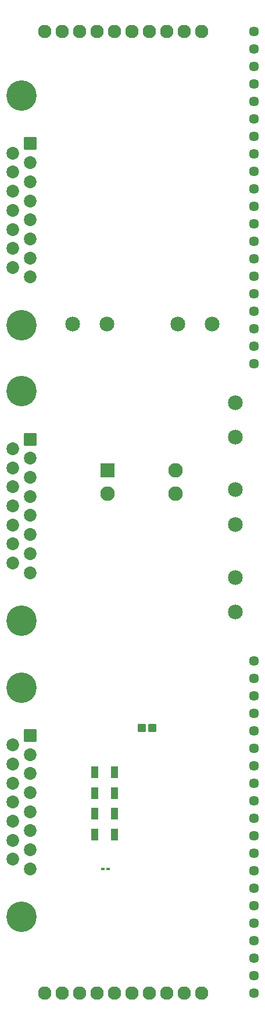
<source format=gbr>
%TF.GenerationSoftware,KiCad,Pcbnew,8.0.7*%
%TF.CreationDate,2025-01-14T17:00:07-05:00*%
%TF.ProjectId,IO Board,494f2042-6f61-4726-942e-6b696361645f,rev?*%
%TF.SameCoordinates,Original*%
%TF.FileFunction,Soldermask,Top*%
%TF.FilePolarity,Negative*%
%FSLAX46Y46*%
G04 Gerber Fmt 4.6, Leading zero omitted, Abs format (unit mm)*
G04 Created by KiCad (PCBNEW 8.0.7) date 2025-01-14 17:00:07*
%MOMM*%
%LPD*%
G01*
G04 APERTURE LIST*
G04 Aperture macros list*
%AMRoundRect*
0 Rectangle with rounded corners*
0 $1 Rounding radius*
0 $2 $3 $4 $5 $6 $7 $8 $9 X,Y pos of 4 corners*
0 Add a 4 corners polygon primitive as box body*
4,1,4,$2,$3,$4,$5,$6,$7,$8,$9,$2,$3,0*
0 Add four circle primitives for the rounded corners*
1,1,$1+$1,$2,$3*
1,1,$1+$1,$4,$5*
1,1,$1+$1,$6,$7*
1,1,$1+$1,$8,$9*
0 Add four rect primitives between the rounded corners*
20,1,$1+$1,$2,$3,$4,$5,0*
20,1,$1+$1,$4,$5,$6,$7,0*
20,1,$1+$1,$6,$7,$8,$9,0*
20,1,$1+$1,$8,$9,$2,$3,0*%
G04 Aperture macros list end*
%ADD10R,2.108200X2.108200*%
%ADD11C,2.108200*%
%ADD12R,1.117600X1.752600*%
%ADD13C,2.154000*%
%ADD14RoundRect,0.102000X-0.825000X0.825000X-0.825000X-0.825000X0.825000X-0.825000X0.825000X0.825000X0*%
%ADD15C,1.854000*%
%ADD16C,4.420000*%
%ADD17R,0.558800X0.335280*%
%ADD18C,1.954000*%
%ADD19C,1.447800*%
%ADD20RoundRect,0.102000X-0.470000X-0.510000X0.470000X-0.510000X0.470000X0.510000X-0.470000X0.510000X0*%
G04 APERTURE END LIST*
D10*
%TO.C,F1*%
X108200000Y-84100000D03*
D11*
X108200000Y-87503600D03*
X118106000Y-87503600D03*
X118106000Y-84100000D03*
%TD*%
D12*
%TO.C,R31*%
X106324400Y-137000000D03*
X109220000Y-137000000D03*
%TD*%
D13*
%TO.C,J8*%
X118400000Y-62850000D03*
X123400000Y-62850000D03*
%TD*%
%TO.C,J10*%
X126800000Y-86940000D03*
X126800000Y-91940000D03*
%TD*%
D14*
%TO.C,J4*%
X96930000Y-122615000D03*
D15*
X96930000Y-125385000D03*
X96930000Y-128155000D03*
X96930000Y-130925000D03*
X96930000Y-133695000D03*
X96930000Y-136465000D03*
X96930000Y-139235000D03*
X96930000Y-142005000D03*
X94390000Y-124000000D03*
X94390000Y-126770000D03*
X94390000Y-129540000D03*
X94390000Y-132310000D03*
X94390000Y-135080000D03*
X94390000Y-137850000D03*
X94390000Y-140620000D03*
D16*
X95660000Y-115650000D03*
X95660000Y-148970000D03*
%TD*%
D12*
%TO.C,R28*%
X106324400Y-131000000D03*
X109220000Y-131000000D03*
%TD*%
%TO.C,R30*%
X106324400Y-134000000D03*
X109220000Y-134000000D03*
%TD*%
D17*
%TO.C,R23*%
X107500000Y-142000000D03*
X108292480Y-142000000D03*
%TD*%
D18*
%TO.C,REF\u002A\u002A*%
X99060000Y-160020000D03*
X101600000Y-160020000D03*
X104140000Y-160020000D03*
X106680000Y-160020000D03*
X109220000Y-160020000D03*
X111760000Y-160020000D03*
X114300000Y-160020000D03*
X116840000Y-160020000D03*
X119380000Y-160020000D03*
X121920000Y-160020000D03*
%TD*%
D13*
%TO.C,J11*%
X126800000Y-99700000D03*
X126800000Y-104700000D03*
%TD*%
D19*
%TO.C,J5*%
X129540000Y-20340500D03*
X129540000Y-22880500D03*
X129540000Y-25420500D03*
X129540000Y-27960500D03*
X129540000Y-30500500D03*
X129540000Y-33040500D03*
X129540000Y-35580500D03*
X129540000Y-38120500D03*
X129540000Y-40660500D03*
X129540000Y-43200500D03*
X129540000Y-45740500D03*
X129540000Y-48280500D03*
X129540000Y-50820500D03*
X129540000Y-53360500D03*
X129540000Y-55900500D03*
X129540000Y-58440500D03*
X129540000Y-60980500D03*
X129540000Y-63520500D03*
X129540000Y-66060500D03*
X129540000Y-68600500D03*
%TD*%
%TO.C,J6*%
X129540000Y-111760000D03*
X129540000Y-114300000D03*
X129540000Y-116840000D03*
X129540000Y-119380000D03*
X129540000Y-121920000D03*
X129540000Y-124460000D03*
X129540000Y-127000000D03*
X129540000Y-129540000D03*
X129540000Y-132080000D03*
X129540000Y-134620000D03*
X129540000Y-137160000D03*
X129540000Y-139700000D03*
X129540000Y-142240000D03*
X129540000Y-144780000D03*
X129540000Y-147320000D03*
X129540000Y-149860000D03*
X129540000Y-152400000D03*
X129540000Y-154940000D03*
X129540000Y-157480000D03*
X129540000Y-160020000D03*
%TD*%
D14*
%TO.C,J2*%
X96930000Y-36640750D03*
D15*
X96930000Y-39410750D03*
X96930000Y-42180750D03*
X96930000Y-44950750D03*
X96930000Y-47720750D03*
X96930000Y-50490750D03*
X96930000Y-53260750D03*
X96930000Y-56030750D03*
X94390000Y-38025750D03*
X94390000Y-40795750D03*
X94390000Y-43565750D03*
X94390000Y-46335750D03*
X94390000Y-49105750D03*
X94390000Y-51875750D03*
X94390000Y-54645750D03*
D16*
X95660000Y-29675750D03*
X95660000Y-62995750D03*
%TD*%
D12*
%TO.C,R29*%
X109220000Y-128000000D03*
X106324400Y-128000000D03*
%TD*%
D14*
%TO.C,J3*%
X96930000Y-79580750D03*
D15*
X96930000Y-82350750D03*
X96930000Y-85120750D03*
X96930000Y-87890750D03*
X96930000Y-90660750D03*
X96930000Y-93430750D03*
X96930000Y-96200750D03*
X96930000Y-98970750D03*
X94390000Y-80965750D03*
X94390000Y-83735750D03*
X94390000Y-86505750D03*
X94390000Y-89275750D03*
X94390000Y-92045750D03*
X94390000Y-94815750D03*
X94390000Y-97585750D03*
D16*
X95660000Y-72615750D03*
X95660000Y-105935750D03*
%TD*%
D13*
%TO.C,J7*%
X103100000Y-62850000D03*
X108100000Y-62850000D03*
%TD*%
D20*
%TO.C,R26*%
X113170000Y-121500000D03*
X114750000Y-121500000D03*
%TD*%
D18*
%TO.C,J1*%
X99060000Y-20320000D03*
X101600000Y-20320000D03*
X104140000Y-20320000D03*
X106680000Y-20320000D03*
X109220000Y-20320000D03*
X111760000Y-20320000D03*
X114300000Y-20320000D03*
X116840000Y-20320000D03*
X119380000Y-20320000D03*
X121920000Y-20320000D03*
%TD*%
D13*
%TO.C,J9*%
X126800000Y-74280000D03*
X126800000Y-79280000D03*
%TD*%
M02*

</source>
